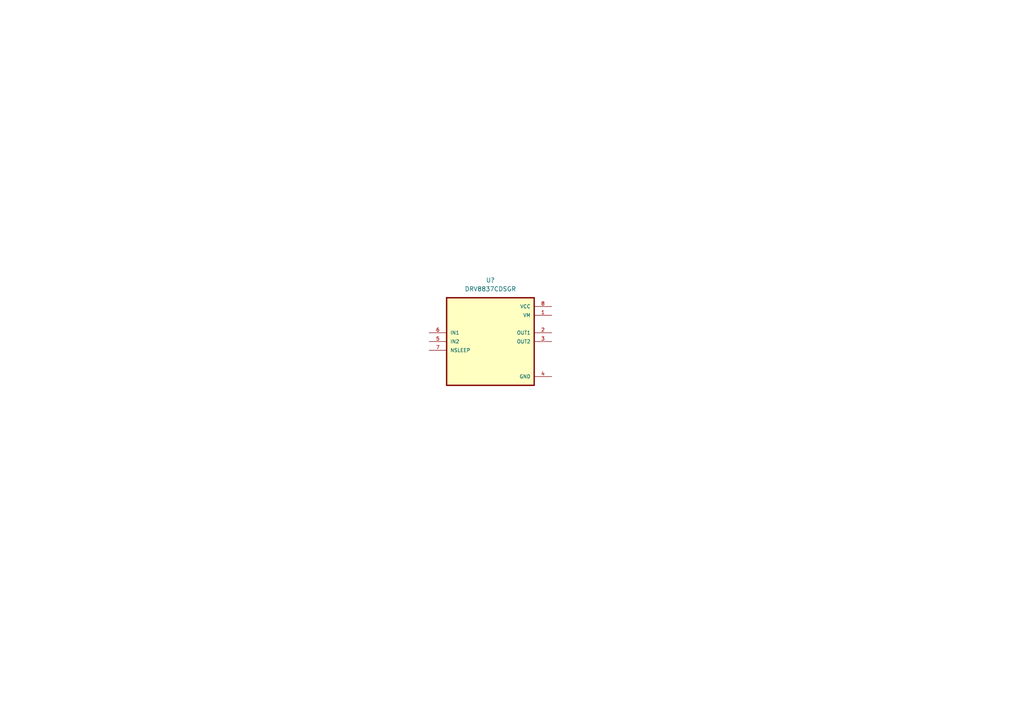
<source format=kicad_sch>
(kicad_sch (version 20211123) (generator eeschema)
  (paper "A4")
  (lib_symbols
    (symbol "DRV8837CDSGR:DRV8837CDSGR" (pin_names (offset 1.016))
      (property "Reference" "U" (at -12.7 13.6906 0))
      (property "Value" "DRV8837CDSGR" (at -12.7 -16.6878 0))
      (symbol "DRV8837CDSGR_0_0"
        (rectangle (start -12.7 -12.7) (end 12.7 12.7) (stroke (width 0.4064)) (fill (type background)))
        (pin power_in line (at 17.78 7.62 180) (length 5.08) (name "VM") (number "1"))
        (pin output line (at 17.78 2.54 180) (length 5.08) (name "OUT1") (number "2"))
        (pin output line (at 17.78 0 180) (length 5.08) (name "OUT2") (number "3"))
        (pin power_in line (at 17.78 -10.16 180) (length 5.08) (name "GND") (number "4"))
        (pin input line (at -17.78 0 0) (length 5.08) (name "IN2") (number "5"))
        (pin input line (at -17.78 2.54 0) (length 5.08) (name "IN1") (number "6"))
        (pin input line (at -17.78 -2.54 0) (length 5.08) (name "NSLEEP") (number "7"))
        (pin power_in line (at 17.78 10.16 180) (length 5.08) (name "VCC") (number "8"))
      )
    )
  )
  (symbol (lib_id "DRV8837CDSGR:DRV8837CDSGR") (at 142.24 99.06 0) (unit 1)
    (property "Reference" "U?" (at 142.24 81.28 0))
    (property "Value" "DRV8837CDSGR" (at 142.24 83.82 0))
    (property "Footprint" "SON50P200X200X80-9N" (effects hide))
    (property "JLCPCB P/N" "DRV8837CDSGR" (effects hide))
  )
)
</source>
